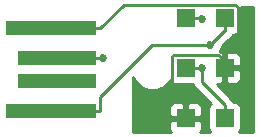
<source format=gtl>
%TF.GenerationSoftware,KiCad,Pcbnew,4.0.7*%
%TF.CreationDate,2017-09-24T07:07:02-05:00*%
%TF.ProjectId,USB_Port_Tester,5553425F506F72745F5465737465722E,1.0*%
%TF.FileFunction,Copper,L1,Top,Signal*%
%FSLAX46Y46*%
G04 Gerber Fmt 4.6, Leading zero omitted, Abs format (unit mm)*
G04 Created by KiCad (PCBNEW 4.0.7) date 09/24/17 07:07:02*
%MOMM*%
%LPD*%
G01*
G04 APERTURE LIST*
%ADD10C,0.127000*%
%ADD11R,1.500000X1.500000*%
%ADD12R,7.600000X1.143000*%
%ADD13R,6.600000X1.143000*%
%ADD14C,0.685800*%
%ADD15C,0.254000*%
G04 APERTURE END LIST*
D10*
D11*
X154507000Y-102921000D03*
X151207000Y-102921000D03*
X154507000Y-107137000D03*
X151207000Y-107137000D03*
X154507000Y-111404000D03*
X151207000Y-111404000D03*
D12*
X139820000Y-103801310D03*
D13*
X140320000Y-106303210D03*
X140320000Y-108276790D03*
D12*
X139820000Y-110778690D03*
D14*
X153297900Y-105178100D03*
X152556100Y-102984300D03*
X152556500Y-107137000D03*
X144237100Y-106303200D03*
D15*
X154507000Y-102921000D02*
X154507000Y-104052300D01*
X154423700Y-104052300D02*
X154507000Y-104052300D01*
X153297900Y-105178100D02*
X154423700Y-104052300D01*
X148400100Y-105178100D02*
X153297900Y-105178100D01*
X144001300Y-109576900D02*
X148400100Y-105178100D01*
X144001300Y-110778700D02*
X144001300Y-109576900D01*
X139820000Y-110778700D02*
X144001300Y-110778700D01*
X151207000Y-102921000D02*
X152338300Y-102921000D01*
X152401600Y-102984300D02*
X152556100Y-102984300D01*
X152338300Y-102921000D02*
X152401600Y-102984300D01*
X155638300Y-104874400D02*
X154507000Y-106005700D01*
X155638300Y-102007500D02*
X155638300Y-104874400D01*
X155420400Y-101789600D02*
X155638300Y-102007500D01*
X146013000Y-101789600D02*
X155420400Y-101789600D01*
X144001300Y-103801300D02*
X146013000Y-101789600D01*
X139820000Y-103801300D02*
X144001300Y-103801300D01*
X154507000Y-107137000D02*
X154507000Y-106571300D01*
X154507000Y-106571300D02*
X154507000Y-106005700D01*
X150075700Y-109141400D02*
X151207000Y-110272700D01*
X150075700Y-106171900D02*
X150075700Y-109141400D01*
X150242000Y-106005600D02*
X150075700Y-106171900D01*
X153941300Y-106005600D02*
X150242000Y-106005600D01*
X154507000Y-106571300D02*
X153941300Y-106005600D01*
X151207000Y-111404000D02*
X151207000Y-110272700D01*
X151207000Y-107137000D02*
X152338300Y-107137000D01*
X152338300Y-107137000D02*
X152556500Y-107137000D01*
X154507000Y-111404000D02*
X154507000Y-110272700D01*
X152556500Y-108322200D02*
X154507000Y-110272700D01*
X152556500Y-107137000D02*
X152556500Y-108322200D01*
X140320000Y-106303200D02*
X144001300Y-106303200D01*
X144001300Y-106303200D02*
X144237100Y-106303200D01*
G36*
X146915281Y-108271515D02*
X147402918Y-108760004D01*
X148040373Y-109024699D01*
X148730599Y-109025301D01*
X149368515Y-108761719D01*
X149857004Y-108274082D01*
X149894064Y-108184831D01*
X149992910Y-108338441D01*
X150205110Y-108483431D01*
X150457000Y-108534440D01*
X151836717Y-108534440D01*
X151852504Y-108613805D01*
X152017685Y-108861015D01*
X153330518Y-110173849D01*
X153305559Y-110189910D01*
X153160569Y-110402110D01*
X153109560Y-110654000D01*
X153109560Y-112154000D01*
X153153838Y-112389317D01*
X153280078Y-112585500D01*
X152423526Y-112585500D01*
X152495327Y-112513699D01*
X152592000Y-112280310D01*
X152592000Y-111689750D01*
X152433250Y-111531000D01*
X151334000Y-111531000D01*
X151334000Y-111551000D01*
X151080000Y-111551000D01*
X151080000Y-111531000D01*
X149980750Y-111531000D01*
X149822000Y-111689750D01*
X149822000Y-112280310D01*
X149918673Y-112513699D01*
X149990474Y-112585500D01*
X146738761Y-112585500D01*
X146747480Y-110527690D01*
X149822000Y-110527690D01*
X149822000Y-111118250D01*
X149980750Y-111277000D01*
X151080000Y-111277000D01*
X151080000Y-110177750D01*
X151334000Y-110177750D01*
X151334000Y-111277000D01*
X152433250Y-111277000D01*
X152592000Y-111118250D01*
X152592000Y-110527690D01*
X152495327Y-110294301D01*
X152316698Y-110115673D01*
X152083309Y-110019000D01*
X151492750Y-110019000D01*
X151334000Y-110177750D01*
X151080000Y-110177750D01*
X150921250Y-110019000D01*
X150330691Y-110019000D01*
X150097302Y-110115673D01*
X149918673Y-110294301D01*
X149822000Y-110527690D01*
X146747480Y-110527690D01*
X146758626Y-107897204D01*
X146760036Y-107895794D01*
X146915281Y-108271515D01*
X146915281Y-108271515D01*
G37*
X146915281Y-108271515D02*
X147402918Y-108760004D01*
X148040373Y-109024699D01*
X148730599Y-109025301D01*
X149368515Y-108761719D01*
X149857004Y-108274082D01*
X149894064Y-108184831D01*
X149992910Y-108338441D01*
X150205110Y-108483431D01*
X150457000Y-108534440D01*
X151836717Y-108534440D01*
X151852504Y-108613805D01*
X152017685Y-108861015D01*
X153330518Y-110173849D01*
X153305559Y-110189910D01*
X153160569Y-110402110D01*
X153109560Y-110654000D01*
X153109560Y-112154000D01*
X153153838Y-112389317D01*
X153280078Y-112585500D01*
X152423526Y-112585500D01*
X152495327Y-112513699D01*
X152592000Y-112280310D01*
X152592000Y-111689750D01*
X152433250Y-111531000D01*
X151334000Y-111531000D01*
X151334000Y-111551000D01*
X151080000Y-111551000D01*
X151080000Y-111531000D01*
X149980750Y-111531000D01*
X149822000Y-111689750D01*
X149822000Y-112280310D01*
X149918673Y-112513699D01*
X149990474Y-112585500D01*
X146738761Y-112585500D01*
X146747480Y-110527690D01*
X149822000Y-110527690D01*
X149822000Y-111118250D01*
X149980750Y-111277000D01*
X151080000Y-111277000D01*
X151080000Y-110177750D01*
X151334000Y-110177750D01*
X151334000Y-111277000D01*
X152433250Y-111277000D01*
X152592000Y-111118250D01*
X152592000Y-110527690D01*
X152495327Y-110294301D01*
X152316698Y-110115673D01*
X152083309Y-110019000D01*
X151492750Y-110019000D01*
X151334000Y-110177750D01*
X151080000Y-110177750D01*
X150921250Y-110019000D01*
X150330691Y-110019000D01*
X150097302Y-110115673D01*
X149918673Y-110294301D01*
X149822000Y-110527690D01*
X146747480Y-110527690D01*
X146758626Y-107897204D01*
X146760036Y-107895794D01*
X146915281Y-108271515D01*
G36*
X156933900Y-112585500D02*
X155730709Y-112585500D01*
X155853431Y-112405890D01*
X155904440Y-112154000D01*
X155904440Y-110654000D01*
X155860162Y-110418683D01*
X155721090Y-110202559D01*
X155508890Y-110057569D01*
X155257000Y-110006560D01*
X155216062Y-110006560D01*
X155210997Y-109981096D01*
X155045816Y-109733885D01*
X153833930Y-108522000D01*
X154221250Y-108522000D01*
X154380000Y-108363250D01*
X154380000Y-107264000D01*
X154634000Y-107264000D01*
X154634000Y-108363250D01*
X154792750Y-108522000D01*
X155383309Y-108522000D01*
X155616698Y-108425327D01*
X155795327Y-108246699D01*
X155892000Y-108013310D01*
X155892000Y-107422750D01*
X155733250Y-107264000D01*
X154634000Y-107264000D01*
X154380000Y-107264000D01*
X154360000Y-107264000D01*
X154360000Y-107010000D01*
X154380000Y-107010000D01*
X154380000Y-105910750D01*
X154634000Y-105910750D01*
X154634000Y-107010000D01*
X155733250Y-107010000D01*
X155892000Y-106851250D01*
X155892000Y-106260690D01*
X155795327Y-106027301D01*
X155616698Y-105848673D01*
X155383309Y-105752000D01*
X154792750Y-105752000D01*
X154634000Y-105910750D01*
X154380000Y-105910750D01*
X154221250Y-105752000D01*
X154107165Y-105752000D01*
X154126440Y-105732759D01*
X154275630Y-105373470D01*
X154275713Y-105277917D01*
X154797019Y-104756611D01*
X154798605Y-104756296D01*
X155045815Y-104591115D01*
X155210996Y-104343905D01*
X155216061Y-104318440D01*
X155257000Y-104318440D01*
X155492317Y-104274162D01*
X155708441Y-104135090D01*
X155853431Y-103922890D01*
X155904440Y-103671000D01*
X155904440Y-102171000D01*
X155871079Y-101993700D01*
X156933900Y-101993700D01*
X156933900Y-112585500D01*
X156933900Y-112585500D01*
G37*
X156933900Y-112585500D02*
X155730709Y-112585500D01*
X155853431Y-112405890D01*
X155904440Y-112154000D01*
X155904440Y-110654000D01*
X155860162Y-110418683D01*
X155721090Y-110202559D01*
X155508890Y-110057569D01*
X155257000Y-110006560D01*
X155216062Y-110006560D01*
X155210997Y-109981096D01*
X155045816Y-109733885D01*
X153833930Y-108522000D01*
X154221250Y-108522000D01*
X154380000Y-108363250D01*
X154380000Y-107264000D01*
X154634000Y-107264000D01*
X154634000Y-108363250D01*
X154792750Y-108522000D01*
X155383309Y-108522000D01*
X155616698Y-108425327D01*
X155795327Y-108246699D01*
X155892000Y-108013310D01*
X155892000Y-107422750D01*
X155733250Y-107264000D01*
X154634000Y-107264000D01*
X154380000Y-107264000D01*
X154360000Y-107264000D01*
X154360000Y-107010000D01*
X154380000Y-107010000D01*
X154380000Y-105910750D01*
X154634000Y-105910750D01*
X154634000Y-107010000D01*
X155733250Y-107010000D01*
X155892000Y-106851250D01*
X155892000Y-106260690D01*
X155795327Y-106027301D01*
X155616698Y-105848673D01*
X155383309Y-105752000D01*
X154792750Y-105752000D01*
X154634000Y-105910750D01*
X154380000Y-105910750D01*
X154221250Y-105752000D01*
X154107165Y-105752000D01*
X154126440Y-105732759D01*
X154275630Y-105373470D01*
X154275713Y-105277917D01*
X154797019Y-104756611D01*
X154798605Y-104756296D01*
X155045815Y-104591115D01*
X155210996Y-104343905D01*
X155216061Y-104318440D01*
X155257000Y-104318440D01*
X155492317Y-104274162D01*
X155708441Y-104135090D01*
X155853431Y-103922890D01*
X155904440Y-103671000D01*
X155904440Y-102171000D01*
X155871079Y-101993700D01*
X156933900Y-101993700D01*
X156933900Y-112585500D01*
M02*

</source>
